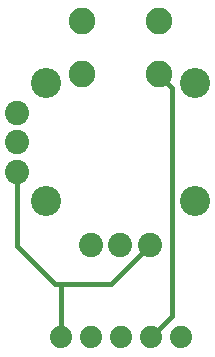
<source format=gbr>
%TF.GenerationSoftware,KiCad,Pcbnew,8.0.4*%
%TF.CreationDate,2024-08-30T21:23:54-04:00*%
%TF.ProjectId,thumbstick-breakout,7468756d-6273-4746-9963-6b2d62726561,rev.01*%
%TF.SameCoordinates,Original*%
%TF.FileFunction,Copper,L2,Bot*%
%TF.FilePolarity,Positive*%
%FSLAX46Y46*%
G04 Gerber Fmt 4.6, Leading zero omitted, Abs format (unit mm)*
G04 Created by KiCad (PCBNEW 8.0.4) date 2024-08-30 21:23:54*
%MOMM*%
%LPD*%
G01*
G04 APERTURE LIST*
%TA.AperFunction,ComponentPad*%
%ADD10C,1.879600*%
%TD*%
%TA.AperFunction,ComponentPad*%
%ADD11C,2.550000*%
%TD*%
%TA.AperFunction,ComponentPad*%
%ADD12C,2.050000*%
%TD*%
%TA.AperFunction,ComponentPad*%
%ADD13C,2.250000*%
%TD*%
%TA.AperFunction,Conductor*%
%ADD14C,0.400000*%
%TD*%
%TA.AperFunction,Conductor*%
%ADD15C,0.200000*%
%TD*%
G04 APERTURE END LIST*
D10*
%TO.P,JP1,1,Pin_1*%
%TO.N,VCC*%
X144960000Y-116510000D03*
%TO.P,JP1,2,Pin_2*%
%TO.N,/VERT*%
X147500000Y-116510000D03*
%TO.P,JP1,3,Pin_3*%
%TO.N,/HORZ*%
X150040000Y-116510000D03*
%TO.P,JP1,4,Pin_4*%
%TO.N,/SEL*%
X152580000Y-116510000D03*
%TO.P,JP1,5,Pin_5*%
%TO.N,GND*%
X155120000Y-116510000D03*
%TD*%
D11*
%TO.P,U1,*%
%TO.N,*%
X156325000Y-105000000D03*
X156325000Y-95000000D03*
X143675000Y-105000000D03*
X143675000Y-95000000D03*
D12*
%TO.P,U1,1,H-*%
%TO.N,GND*%
X147500000Y-108730000D03*
%TO.P,U1,1',V-*%
X141270000Y-97500000D03*
%TO.P,U1,2,H*%
%TO.N,/HORZ*%
X150000000Y-108730000D03*
%TO.P,U1,2',V*%
%TO.N,/VERT*%
X141270000Y-100000000D03*
%TO.P,U1,3,H+*%
%TO.N,VCC*%
X152500000Y-108730000D03*
%TO.P,U1,3',V+*%
X141270000Y-102500000D03*
D13*
%TO.P,U1,a,SEL+*%
%TO.N,/SEL*%
X153250000Y-94250000D03*
%TO.P,U1,b*%
%TO.N,N/C*%
X146750000Y-94250000D03*
%TO.P,U1,c,SEL-*%
%TO.N,GND*%
X153250000Y-89750000D03*
%TO.P,U1,d*%
%TO.N,N/C*%
X146750000Y-89750000D03*
%TD*%
D14*
%TO.N,VCC*%
X149230000Y-112000000D02*
X145000000Y-112000000D01*
X145000000Y-112000000D02*
X144500000Y-112000000D01*
X144960000Y-116510000D02*
X144960000Y-112040000D01*
X144960000Y-112040000D02*
X145000000Y-112000000D01*
X152500000Y-108730000D02*
X149230000Y-112000000D01*
X144500000Y-112000000D02*
X141270000Y-108770000D01*
X141270000Y-108770000D02*
X141270000Y-102500000D01*
%TO.N,/SEL*%
X153250000Y-94250000D02*
X154375000Y-95375000D01*
X154375000Y-95375000D02*
X154375000Y-114715000D01*
X154375000Y-114715000D02*
X152580000Y-116510000D01*
%TO.N,VCC*%
X152500000Y-108970000D02*
X152500000Y-108730000D01*
D15*
%TO.N,/HORZ*%
X150040000Y-108770000D02*
X150000000Y-108730000D01*
%TD*%
M02*

</source>
